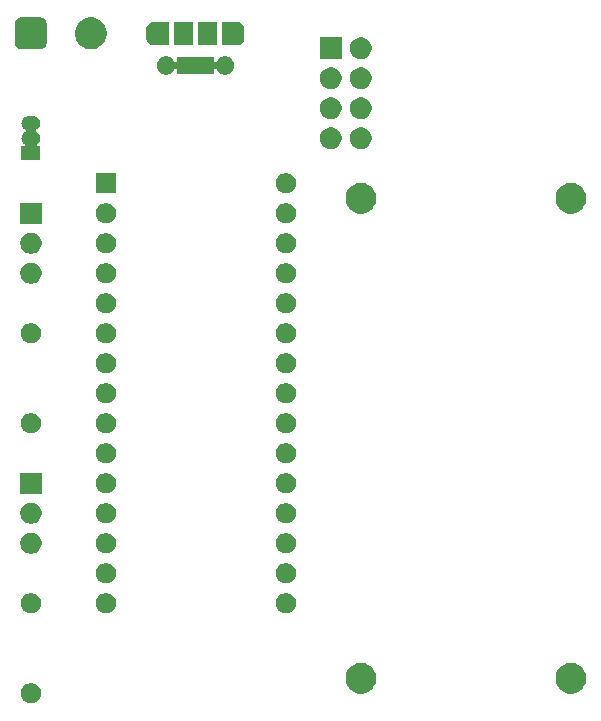
<source format=gbr>
G04 #@! TF.GenerationSoftware,KiCad,Pcbnew,(5.1.5)-3*
G04 #@! TF.CreationDate,2020-05-11T13:25:37+02:00*
G04 #@! TF.ProjectId,Weather_Station_board,57656174-6865-4725-9f53-746174696f6e,rev?*
G04 #@! TF.SameCoordinates,Original*
G04 #@! TF.FileFunction,Soldermask,Top*
G04 #@! TF.FilePolarity,Negative*
%FSLAX46Y46*%
G04 Gerber Fmt 4.6, Leading zero omitted, Abs format (unit mm)*
G04 Created by KiCad (PCBNEW (5.1.5)-3) date 2020-05-11 13:25:37*
%MOMM*%
%LPD*%
G04 APERTURE LIST*
%ADD10C,0.100000*%
G04 APERTURE END LIST*
D10*
G36*
X95498228Y-100781703D02*
G01*
X95653100Y-100845853D01*
X95792481Y-100938985D01*
X95911015Y-101057519D01*
X96004147Y-101196900D01*
X96068297Y-101351772D01*
X96101000Y-101516184D01*
X96101000Y-101683816D01*
X96068297Y-101848228D01*
X96004147Y-102003100D01*
X95911015Y-102142481D01*
X95792481Y-102261015D01*
X95653100Y-102354147D01*
X95498228Y-102418297D01*
X95333816Y-102451000D01*
X95166184Y-102451000D01*
X95001772Y-102418297D01*
X94846900Y-102354147D01*
X94707519Y-102261015D01*
X94588985Y-102142481D01*
X94495853Y-102003100D01*
X94431703Y-101848228D01*
X94399000Y-101683816D01*
X94399000Y-101516184D01*
X94431703Y-101351772D01*
X94495853Y-101196900D01*
X94588985Y-101057519D01*
X94707519Y-100938985D01*
X94846900Y-100845853D01*
X95001772Y-100781703D01*
X95166184Y-100749000D01*
X95333816Y-100749000D01*
X95498228Y-100781703D01*
G37*
G36*
X141349487Y-99078996D02*
G01*
X141586253Y-99177068D01*
X141586255Y-99177069D01*
X141799339Y-99319447D01*
X141980553Y-99500661D01*
X142122932Y-99713747D01*
X142221004Y-99950513D01*
X142271000Y-100201861D01*
X142271000Y-100458139D01*
X142221004Y-100709487D01*
X142122932Y-100946253D01*
X142122931Y-100946255D01*
X141980553Y-101159339D01*
X141799339Y-101340553D01*
X141586255Y-101482931D01*
X141586254Y-101482932D01*
X141586253Y-101482932D01*
X141349487Y-101581004D01*
X141098139Y-101631000D01*
X140841861Y-101631000D01*
X140590513Y-101581004D01*
X140353747Y-101482932D01*
X140353746Y-101482932D01*
X140353745Y-101482931D01*
X140140661Y-101340553D01*
X139959447Y-101159339D01*
X139817069Y-100946255D01*
X139817068Y-100946253D01*
X139718996Y-100709487D01*
X139669000Y-100458139D01*
X139669000Y-100201861D01*
X139718996Y-99950513D01*
X139817068Y-99713747D01*
X139959447Y-99500661D01*
X140140661Y-99319447D01*
X140353745Y-99177069D01*
X140353747Y-99177068D01*
X140590513Y-99078996D01*
X140841861Y-99029000D01*
X141098139Y-99029000D01*
X141349487Y-99078996D01*
G37*
G36*
X123569487Y-99078996D02*
G01*
X123806253Y-99177068D01*
X123806255Y-99177069D01*
X124019339Y-99319447D01*
X124200553Y-99500661D01*
X124342932Y-99713747D01*
X124441004Y-99950513D01*
X124491000Y-100201861D01*
X124491000Y-100458139D01*
X124441004Y-100709487D01*
X124342932Y-100946253D01*
X124342931Y-100946255D01*
X124200553Y-101159339D01*
X124019339Y-101340553D01*
X123806255Y-101482931D01*
X123806254Y-101482932D01*
X123806253Y-101482932D01*
X123569487Y-101581004D01*
X123318139Y-101631000D01*
X123061861Y-101631000D01*
X122810513Y-101581004D01*
X122573747Y-101482932D01*
X122573746Y-101482932D01*
X122573745Y-101482931D01*
X122360661Y-101340553D01*
X122179447Y-101159339D01*
X122037069Y-100946255D01*
X122037068Y-100946253D01*
X121938996Y-100709487D01*
X121889000Y-100458139D01*
X121889000Y-100201861D01*
X121938996Y-99950513D01*
X122037068Y-99713747D01*
X122179447Y-99500661D01*
X122360661Y-99319447D01*
X122573745Y-99177069D01*
X122573747Y-99177068D01*
X122810513Y-99078996D01*
X123061861Y-99029000D01*
X123318139Y-99029000D01*
X123569487Y-99078996D01*
G37*
G36*
X95498228Y-93161703D02*
G01*
X95653100Y-93225853D01*
X95792481Y-93318985D01*
X95911015Y-93437519D01*
X96004147Y-93576900D01*
X96068297Y-93731772D01*
X96101000Y-93896184D01*
X96101000Y-94063816D01*
X96068297Y-94228228D01*
X96004147Y-94383100D01*
X95911015Y-94522481D01*
X95792481Y-94641015D01*
X95653100Y-94734147D01*
X95498228Y-94798297D01*
X95333816Y-94831000D01*
X95166184Y-94831000D01*
X95001772Y-94798297D01*
X94846900Y-94734147D01*
X94707519Y-94641015D01*
X94588985Y-94522481D01*
X94495853Y-94383100D01*
X94431703Y-94228228D01*
X94399000Y-94063816D01*
X94399000Y-93896184D01*
X94431703Y-93731772D01*
X94495853Y-93576900D01*
X94588985Y-93437519D01*
X94707519Y-93318985D01*
X94846900Y-93225853D01*
X95001772Y-93161703D01*
X95166184Y-93129000D01*
X95333816Y-93129000D01*
X95498228Y-93161703D01*
G37*
G36*
X117088228Y-93161703D02*
G01*
X117243100Y-93225853D01*
X117382481Y-93318985D01*
X117501015Y-93437519D01*
X117594147Y-93576900D01*
X117658297Y-93731772D01*
X117691000Y-93896184D01*
X117691000Y-94063816D01*
X117658297Y-94228228D01*
X117594147Y-94383100D01*
X117501015Y-94522481D01*
X117382481Y-94641015D01*
X117243100Y-94734147D01*
X117088228Y-94798297D01*
X116923816Y-94831000D01*
X116756184Y-94831000D01*
X116591772Y-94798297D01*
X116436900Y-94734147D01*
X116297519Y-94641015D01*
X116178985Y-94522481D01*
X116085853Y-94383100D01*
X116021703Y-94228228D01*
X115989000Y-94063816D01*
X115989000Y-93896184D01*
X116021703Y-93731772D01*
X116085853Y-93576900D01*
X116178985Y-93437519D01*
X116297519Y-93318985D01*
X116436900Y-93225853D01*
X116591772Y-93161703D01*
X116756184Y-93129000D01*
X116923816Y-93129000D01*
X117088228Y-93161703D01*
G37*
G36*
X101848228Y-93161703D02*
G01*
X102003100Y-93225853D01*
X102142481Y-93318985D01*
X102261015Y-93437519D01*
X102354147Y-93576900D01*
X102418297Y-93731772D01*
X102451000Y-93896184D01*
X102451000Y-94063816D01*
X102418297Y-94228228D01*
X102354147Y-94383100D01*
X102261015Y-94522481D01*
X102142481Y-94641015D01*
X102003100Y-94734147D01*
X101848228Y-94798297D01*
X101683816Y-94831000D01*
X101516184Y-94831000D01*
X101351772Y-94798297D01*
X101196900Y-94734147D01*
X101057519Y-94641015D01*
X100938985Y-94522481D01*
X100845853Y-94383100D01*
X100781703Y-94228228D01*
X100749000Y-94063816D01*
X100749000Y-93896184D01*
X100781703Y-93731772D01*
X100845853Y-93576900D01*
X100938985Y-93437519D01*
X101057519Y-93318985D01*
X101196900Y-93225853D01*
X101351772Y-93161703D01*
X101516184Y-93129000D01*
X101683816Y-93129000D01*
X101848228Y-93161703D01*
G37*
G36*
X117088228Y-90621703D02*
G01*
X117243100Y-90685853D01*
X117382481Y-90778985D01*
X117501015Y-90897519D01*
X117594147Y-91036900D01*
X117658297Y-91191772D01*
X117691000Y-91356184D01*
X117691000Y-91523816D01*
X117658297Y-91688228D01*
X117594147Y-91843100D01*
X117501015Y-91982481D01*
X117382481Y-92101015D01*
X117243100Y-92194147D01*
X117088228Y-92258297D01*
X116923816Y-92291000D01*
X116756184Y-92291000D01*
X116591772Y-92258297D01*
X116436900Y-92194147D01*
X116297519Y-92101015D01*
X116178985Y-91982481D01*
X116085853Y-91843100D01*
X116021703Y-91688228D01*
X115989000Y-91523816D01*
X115989000Y-91356184D01*
X116021703Y-91191772D01*
X116085853Y-91036900D01*
X116178985Y-90897519D01*
X116297519Y-90778985D01*
X116436900Y-90685853D01*
X116591772Y-90621703D01*
X116756184Y-90589000D01*
X116923816Y-90589000D01*
X117088228Y-90621703D01*
G37*
G36*
X101848228Y-90621703D02*
G01*
X102003100Y-90685853D01*
X102142481Y-90778985D01*
X102261015Y-90897519D01*
X102354147Y-91036900D01*
X102418297Y-91191772D01*
X102451000Y-91356184D01*
X102451000Y-91523816D01*
X102418297Y-91688228D01*
X102354147Y-91843100D01*
X102261015Y-91982481D01*
X102142481Y-92101015D01*
X102003100Y-92194147D01*
X101848228Y-92258297D01*
X101683816Y-92291000D01*
X101516184Y-92291000D01*
X101351772Y-92258297D01*
X101196900Y-92194147D01*
X101057519Y-92101015D01*
X100938985Y-91982481D01*
X100845853Y-91843100D01*
X100781703Y-91688228D01*
X100749000Y-91523816D01*
X100749000Y-91356184D01*
X100781703Y-91191772D01*
X100845853Y-91036900D01*
X100938985Y-90897519D01*
X101057519Y-90778985D01*
X101196900Y-90685853D01*
X101351772Y-90621703D01*
X101516184Y-90589000D01*
X101683816Y-90589000D01*
X101848228Y-90621703D01*
G37*
G36*
X95363512Y-88003927D02*
G01*
X95512812Y-88033624D01*
X95676784Y-88101544D01*
X95824354Y-88200147D01*
X95949853Y-88325646D01*
X96048456Y-88473216D01*
X96116376Y-88637188D01*
X96151000Y-88811259D01*
X96151000Y-88988741D01*
X96116376Y-89162812D01*
X96048456Y-89326784D01*
X95949853Y-89474354D01*
X95824354Y-89599853D01*
X95676784Y-89698456D01*
X95512812Y-89766376D01*
X95363512Y-89796073D01*
X95338742Y-89801000D01*
X95161258Y-89801000D01*
X95136488Y-89796073D01*
X94987188Y-89766376D01*
X94823216Y-89698456D01*
X94675646Y-89599853D01*
X94550147Y-89474354D01*
X94451544Y-89326784D01*
X94383624Y-89162812D01*
X94349000Y-88988741D01*
X94349000Y-88811259D01*
X94383624Y-88637188D01*
X94451544Y-88473216D01*
X94550147Y-88325646D01*
X94675646Y-88200147D01*
X94823216Y-88101544D01*
X94987188Y-88033624D01*
X95136488Y-88003927D01*
X95161258Y-87999000D01*
X95338742Y-87999000D01*
X95363512Y-88003927D01*
G37*
G36*
X117088228Y-88081703D02*
G01*
X117243100Y-88145853D01*
X117382481Y-88238985D01*
X117501015Y-88357519D01*
X117594147Y-88496900D01*
X117658297Y-88651772D01*
X117691000Y-88816184D01*
X117691000Y-88983816D01*
X117658297Y-89148228D01*
X117594147Y-89303100D01*
X117501015Y-89442481D01*
X117382481Y-89561015D01*
X117243100Y-89654147D01*
X117088228Y-89718297D01*
X116923816Y-89751000D01*
X116756184Y-89751000D01*
X116591772Y-89718297D01*
X116436900Y-89654147D01*
X116297519Y-89561015D01*
X116178985Y-89442481D01*
X116085853Y-89303100D01*
X116021703Y-89148228D01*
X115989000Y-88983816D01*
X115989000Y-88816184D01*
X116021703Y-88651772D01*
X116085853Y-88496900D01*
X116178985Y-88357519D01*
X116297519Y-88238985D01*
X116436900Y-88145853D01*
X116591772Y-88081703D01*
X116756184Y-88049000D01*
X116923816Y-88049000D01*
X117088228Y-88081703D01*
G37*
G36*
X101848228Y-88081703D02*
G01*
X102003100Y-88145853D01*
X102142481Y-88238985D01*
X102261015Y-88357519D01*
X102354147Y-88496900D01*
X102418297Y-88651772D01*
X102451000Y-88816184D01*
X102451000Y-88983816D01*
X102418297Y-89148228D01*
X102354147Y-89303100D01*
X102261015Y-89442481D01*
X102142481Y-89561015D01*
X102003100Y-89654147D01*
X101848228Y-89718297D01*
X101683816Y-89751000D01*
X101516184Y-89751000D01*
X101351772Y-89718297D01*
X101196900Y-89654147D01*
X101057519Y-89561015D01*
X100938985Y-89442481D01*
X100845853Y-89303100D01*
X100781703Y-89148228D01*
X100749000Y-88983816D01*
X100749000Y-88816184D01*
X100781703Y-88651772D01*
X100845853Y-88496900D01*
X100938985Y-88357519D01*
X101057519Y-88238985D01*
X101196900Y-88145853D01*
X101351772Y-88081703D01*
X101516184Y-88049000D01*
X101683816Y-88049000D01*
X101848228Y-88081703D01*
G37*
G36*
X95363512Y-85463927D02*
G01*
X95512812Y-85493624D01*
X95676784Y-85561544D01*
X95824354Y-85660147D01*
X95949853Y-85785646D01*
X96048456Y-85933216D01*
X96116376Y-86097188D01*
X96151000Y-86271259D01*
X96151000Y-86448741D01*
X96116376Y-86622812D01*
X96048456Y-86786784D01*
X95949853Y-86934354D01*
X95824354Y-87059853D01*
X95676784Y-87158456D01*
X95512812Y-87226376D01*
X95363512Y-87256073D01*
X95338742Y-87261000D01*
X95161258Y-87261000D01*
X95136488Y-87256073D01*
X94987188Y-87226376D01*
X94823216Y-87158456D01*
X94675646Y-87059853D01*
X94550147Y-86934354D01*
X94451544Y-86786784D01*
X94383624Y-86622812D01*
X94349000Y-86448741D01*
X94349000Y-86271259D01*
X94383624Y-86097188D01*
X94451544Y-85933216D01*
X94550147Y-85785646D01*
X94675646Y-85660147D01*
X94823216Y-85561544D01*
X94987188Y-85493624D01*
X95136488Y-85463927D01*
X95161258Y-85459000D01*
X95338742Y-85459000D01*
X95363512Y-85463927D01*
G37*
G36*
X117088228Y-85541703D02*
G01*
X117243100Y-85605853D01*
X117382481Y-85698985D01*
X117501015Y-85817519D01*
X117594147Y-85956900D01*
X117658297Y-86111772D01*
X117691000Y-86276184D01*
X117691000Y-86443816D01*
X117658297Y-86608228D01*
X117594147Y-86763100D01*
X117501015Y-86902481D01*
X117382481Y-87021015D01*
X117243100Y-87114147D01*
X117088228Y-87178297D01*
X116923816Y-87211000D01*
X116756184Y-87211000D01*
X116591772Y-87178297D01*
X116436900Y-87114147D01*
X116297519Y-87021015D01*
X116178985Y-86902481D01*
X116085853Y-86763100D01*
X116021703Y-86608228D01*
X115989000Y-86443816D01*
X115989000Y-86276184D01*
X116021703Y-86111772D01*
X116085853Y-85956900D01*
X116178985Y-85817519D01*
X116297519Y-85698985D01*
X116436900Y-85605853D01*
X116591772Y-85541703D01*
X116756184Y-85509000D01*
X116923816Y-85509000D01*
X117088228Y-85541703D01*
G37*
G36*
X101848228Y-85541703D02*
G01*
X102003100Y-85605853D01*
X102142481Y-85698985D01*
X102261015Y-85817519D01*
X102354147Y-85956900D01*
X102418297Y-86111772D01*
X102451000Y-86276184D01*
X102451000Y-86443816D01*
X102418297Y-86608228D01*
X102354147Y-86763100D01*
X102261015Y-86902481D01*
X102142481Y-87021015D01*
X102003100Y-87114147D01*
X101848228Y-87178297D01*
X101683816Y-87211000D01*
X101516184Y-87211000D01*
X101351772Y-87178297D01*
X101196900Y-87114147D01*
X101057519Y-87021015D01*
X100938985Y-86902481D01*
X100845853Y-86763100D01*
X100781703Y-86608228D01*
X100749000Y-86443816D01*
X100749000Y-86276184D01*
X100781703Y-86111772D01*
X100845853Y-85956900D01*
X100938985Y-85817519D01*
X101057519Y-85698985D01*
X101196900Y-85605853D01*
X101351772Y-85541703D01*
X101516184Y-85509000D01*
X101683816Y-85509000D01*
X101848228Y-85541703D01*
G37*
G36*
X96151000Y-84721000D02*
G01*
X94349000Y-84721000D01*
X94349000Y-82919000D01*
X96151000Y-82919000D01*
X96151000Y-84721000D01*
G37*
G36*
X101848228Y-83001703D02*
G01*
X102003100Y-83065853D01*
X102142481Y-83158985D01*
X102261015Y-83277519D01*
X102354147Y-83416900D01*
X102418297Y-83571772D01*
X102451000Y-83736184D01*
X102451000Y-83903816D01*
X102418297Y-84068228D01*
X102354147Y-84223100D01*
X102261015Y-84362481D01*
X102142481Y-84481015D01*
X102003100Y-84574147D01*
X101848228Y-84638297D01*
X101683816Y-84671000D01*
X101516184Y-84671000D01*
X101351772Y-84638297D01*
X101196900Y-84574147D01*
X101057519Y-84481015D01*
X100938985Y-84362481D01*
X100845853Y-84223100D01*
X100781703Y-84068228D01*
X100749000Y-83903816D01*
X100749000Y-83736184D01*
X100781703Y-83571772D01*
X100845853Y-83416900D01*
X100938985Y-83277519D01*
X101057519Y-83158985D01*
X101196900Y-83065853D01*
X101351772Y-83001703D01*
X101516184Y-82969000D01*
X101683816Y-82969000D01*
X101848228Y-83001703D01*
G37*
G36*
X117088228Y-83001703D02*
G01*
X117243100Y-83065853D01*
X117382481Y-83158985D01*
X117501015Y-83277519D01*
X117594147Y-83416900D01*
X117658297Y-83571772D01*
X117691000Y-83736184D01*
X117691000Y-83903816D01*
X117658297Y-84068228D01*
X117594147Y-84223100D01*
X117501015Y-84362481D01*
X117382481Y-84481015D01*
X117243100Y-84574147D01*
X117088228Y-84638297D01*
X116923816Y-84671000D01*
X116756184Y-84671000D01*
X116591772Y-84638297D01*
X116436900Y-84574147D01*
X116297519Y-84481015D01*
X116178985Y-84362481D01*
X116085853Y-84223100D01*
X116021703Y-84068228D01*
X115989000Y-83903816D01*
X115989000Y-83736184D01*
X116021703Y-83571772D01*
X116085853Y-83416900D01*
X116178985Y-83277519D01*
X116297519Y-83158985D01*
X116436900Y-83065853D01*
X116591772Y-83001703D01*
X116756184Y-82969000D01*
X116923816Y-82969000D01*
X117088228Y-83001703D01*
G37*
G36*
X117088228Y-80461703D02*
G01*
X117243100Y-80525853D01*
X117382481Y-80618985D01*
X117501015Y-80737519D01*
X117594147Y-80876900D01*
X117658297Y-81031772D01*
X117691000Y-81196184D01*
X117691000Y-81363816D01*
X117658297Y-81528228D01*
X117594147Y-81683100D01*
X117501015Y-81822481D01*
X117382481Y-81941015D01*
X117243100Y-82034147D01*
X117088228Y-82098297D01*
X116923816Y-82131000D01*
X116756184Y-82131000D01*
X116591772Y-82098297D01*
X116436900Y-82034147D01*
X116297519Y-81941015D01*
X116178985Y-81822481D01*
X116085853Y-81683100D01*
X116021703Y-81528228D01*
X115989000Y-81363816D01*
X115989000Y-81196184D01*
X116021703Y-81031772D01*
X116085853Y-80876900D01*
X116178985Y-80737519D01*
X116297519Y-80618985D01*
X116436900Y-80525853D01*
X116591772Y-80461703D01*
X116756184Y-80429000D01*
X116923816Y-80429000D01*
X117088228Y-80461703D01*
G37*
G36*
X101848228Y-80461703D02*
G01*
X102003100Y-80525853D01*
X102142481Y-80618985D01*
X102261015Y-80737519D01*
X102354147Y-80876900D01*
X102418297Y-81031772D01*
X102451000Y-81196184D01*
X102451000Y-81363816D01*
X102418297Y-81528228D01*
X102354147Y-81683100D01*
X102261015Y-81822481D01*
X102142481Y-81941015D01*
X102003100Y-82034147D01*
X101848228Y-82098297D01*
X101683816Y-82131000D01*
X101516184Y-82131000D01*
X101351772Y-82098297D01*
X101196900Y-82034147D01*
X101057519Y-81941015D01*
X100938985Y-81822481D01*
X100845853Y-81683100D01*
X100781703Y-81528228D01*
X100749000Y-81363816D01*
X100749000Y-81196184D01*
X100781703Y-81031772D01*
X100845853Y-80876900D01*
X100938985Y-80737519D01*
X101057519Y-80618985D01*
X101196900Y-80525853D01*
X101351772Y-80461703D01*
X101516184Y-80429000D01*
X101683816Y-80429000D01*
X101848228Y-80461703D01*
G37*
G36*
X117088228Y-77921703D02*
G01*
X117243100Y-77985853D01*
X117382481Y-78078985D01*
X117501015Y-78197519D01*
X117594147Y-78336900D01*
X117658297Y-78491772D01*
X117691000Y-78656184D01*
X117691000Y-78823816D01*
X117658297Y-78988228D01*
X117594147Y-79143100D01*
X117501015Y-79282481D01*
X117382481Y-79401015D01*
X117243100Y-79494147D01*
X117088228Y-79558297D01*
X116923816Y-79591000D01*
X116756184Y-79591000D01*
X116591772Y-79558297D01*
X116436900Y-79494147D01*
X116297519Y-79401015D01*
X116178985Y-79282481D01*
X116085853Y-79143100D01*
X116021703Y-78988228D01*
X115989000Y-78823816D01*
X115989000Y-78656184D01*
X116021703Y-78491772D01*
X116085853Y-78336900D01*
X116178985Y-78197519D01*
X116297519Y-78078985D01*
X116436900Y-77985853D01*
X116591772Y-77921703D01*
X116756184Y-77889000D01*
X116923816Y-77889000D01*
X117088228Y-77921703D01*
G37*
G36*
X95498228Y-77921703D02*
G01*
X95653100Y-77985853D01*
X95792481Y-78078985D01*
X95911015Y-78197519D01*
X96004147Y-78336900D01*
X96068297Y-78491772D01*
X96101000Y-78656184D01*
X96101000Y-78823816D01*
X96068297Y-78988228D01*
X96004147Y-79143100D01*
X95911015Y-79282481D01*
X95792481Y-79401015D01*
X95653100Y-79494147D01*
X95498228Y-79558297D01*
X95333816Y-79591000D01*
X95166184Y-79591000D01*
X95001772Y-79558297D01*
X94846900Y-79494147D01*
X94707519Y-79401015D01*
X94588985Y-79282481D01*
X94495853Y-79143100D01*
X94431703Y-78988228D01*
X94399000Y-78823816D01*
X94399000Y-78656184D01*
X94431703Y-78491772D01*
X94495853Y-78336900D01*
X94588985Y-78197519D01*
X94707519Y-78078985D01*
X94846900Y-77985853D01*
X95001772Y-77921703D01*
X95166184Y-77889000D01*
X95333816Y-77889000D01*
X95498228Y-77921703D01*
G37*
G36*
X101848228Y-77921703D02*
G01*
X102003100Y-77985853D01*
X102142481Y-78078985D01*
X102261015Y-78197519D01*
X102354147Y-78336900D01*
X102418297Y-78491772D01*
X102451000Y-78656184D01*
X102451000Y-78823816D01*
X102418297Y-78988228D01*
X102354147Y-79143100D01*
X102261015Y-79282481D01*
X102142481Y-79401015D01*
X102003100Y-79494147D01*
X101848228Y-79558297D01*
X101683816Y-79591000D01*
X101516184Y-79591000D01*
X101351772Y-79558297D01*
X101196900Y-79494147D01*
X101057519Y-79401015D01*
X100938985Y-79282481D01*
X100845853Y-79143100D01*
X100781703Y-78988228D01*
X100749000Y-78823816D01*
X100749000Y-78656184D01*
X100781703Y-78491772D01*
X100845853Y-78336900D01*
X100938985Y-78197519D01*
X101057519Y-78078985D01*
X101196900Y-77985853D01*
X101351772Y-77921703D01*
X101516184Y-77889000D01*
X101683816Y-77889000D01*
X101848228Y-77921703D01*
G37*
G36*
X101848228Y-75381703D02*
G01*
X102003100Y-75445853D01*
X102142481Y-75538985D01*
X102261015Y-75657519D01*
X102354147Y-75796900D01*
X102418297Y-75951772D01*
X102451000Y-76116184D01*
X102451000Y-76283816D01*
X102418297Y-76448228D01*
X102354147Y-76603100D01*
X102261015Y-76742481D01*
X102142481Y-76861015D01*
X102003100Y-76954147D01*
X101848228Y-77018297D01*
X101683816Y-77051000D01*
X101516184Y-77051000D01*
X101351772Y-77018297D01*
X101196900Y-76954147D01*
X101057519Y-76861015D01*
X100938985Y-76742481D01*
X100845853Y-76603100D01*
X100781703Y-76448228D01*
X100749000Y-76283816D01*
X100749000Y-76116184D01*
X100781703Y-75951772D01*
X100845853Y-75796900D01*
X100938985Y-75657519D01*
X101057519Y-75538985D01*
X101196900Y-75445853D01*
X101351772Y-75381703D01*
X101516184Y-75349000D01*
X101683816Y-75349000D01*
X101848228Y-75381703D01*
G37*
G36*
X117088228Y-75381703D02*
G01*
X117243100Y-75445853D01*
X117382481Y-75538985D01*
X117501015Y-75657519D01*
X117594147Y-75796900D01*
X117658297Y-75951772D01*
X117691000Y-76116184D01*
X117691000Y-76283816D01*
X117658297Y-76448228D01*
X117594147Y-76603100D01*
X117501015Y-76742481D01*
X117382481Y-76861015D01*
X117243100Y-76954147D01*
X117088228Y-77018297D01*
X116923816Y-77051000D01*
X116756184Y-77051000D01*
X116591772Y-77018297D01*
X116436900Y-76954147D01*
X116297519Y-76861015D01*
X116178985Y-76742481D01*
X116085853Y-76603100D01*
X116021703Y-76448228D01*
X115989000Y-76283816D01*
X115989000Y-76116184D01*
X116021703Y-75951772D01*
X116085853Y-75796900D01*
X116178985Y-75657519D01*
X116297519Y-75538985D01*
X116436900Y-75445853D01*
X116591772Y-75381703D01*
X116756184Y-75349000D01*
X116923816Y-75349000D01*
X117088228Y-75381703D01*
G37*
G36*
X101848228Y-72841703D02*
G01*
X102003100Y-72905853D01*
X102142481Y-72998985D01*
X102261015Y-73117519D01*
X102354147Y-73256900D01*
X102418297Y-73411772D01*
X102451000Y-73576184D01*
X102451000Y-73743816D01*
X102418297Y-73908228D01*
X102354147Y-74063100D01*
X102261015Y-74202481D01*
X102142481Y-74321015D01*
X102003100Y-74414147D01*
X101848228Y-74478297D01*
X101683816Y-74511000D01*
X101516184Y-74511000D01*
X101351772Y-74478297D01*
X101196900Y-74414147D01*
X101057519Y-74321015D01*
X100938985Y-74202481D01*
X100845853Y-74063100D01*
X100781703Y-73908228D01*
X100749000Y-73743816D01*
X100749000Y-73576184D01*
X100781703Y-73411772D01*
X100845853Y-73256900D01*
X100938985Y-73117519D01*
X101057519Y-72998985D01*
X101196900Y-72905853D01*
X101351772Y-72841703D01*
X101516184Y-72809000D01*
X101683816Y-72809000D01*
X101848228Y-72841703D01*
G37*
G36*
X117088228Y-72841703D02*
G01*
X117243100Y-72905853D01*
X117382481Y-72998985D01*
X117501015Y-73117519D01*
X117594147Y-73256900D01*
X117658297Y-73411772D01*
X117691000Y-73576184D01*
X117691000Y-73743816D01*
X117658297Y-73908228D01*
X117594147Y-74063100D01*
X117501015Y-74202481D01*
X117382481Y-74321015D01*
X117243100Y-74414147D01*
X117088228Y-74478297D01*
X116923816Y-74511000D01*
X116756184Y-74511000D01*
X116591772Y-74478297D01*
X116436900Y-74414147D01*
X116297519Y-74321015D01*
X116178985Y-74202481D01*
X116085853Y-74063100D01*
X116021703Y-73908228D01*
X115989000Y-73743816D01*
X115989000Y-73576184D01*
X116021703Y-73411772D01*
X116085853Y-73256900D01*
X116178985Y-73117519D01*
X116297519Y-72998985D01*
X116436900Y-72905853D01*
X116591772Y-72841703D01*
X116756184Y-72809000D01*
X116923816Y-72809000D01*
X117088228Y-72841703D01*
G37*
G36*
X101848228Y-70301703D02*
G01*
X102003100Y-70365853D01*
X102142481Y-70458985D01*
X102261015Y-70577519D01*
X102354147Y-70716900D01*
X102418297Y-70871772D01*
X102451000Y-71036184D01*
X102451000Y-71203816D01*
X102418297Y-71368228D01*
X102354147Y-71523100D01*
X102261015Y-71662481D01*
X102142481Y-71781015D01*
X102003100Y-71874147D01*
X101848228Y-71938297D01*
X101683816Y-71971000D01*
X101516184Y-71971000D01*
X101351772Y-71938297D01*
X101196900Y-71874147D01*
X101057519Y-71781015D01*
X100938985Y-71662481D01*
X100845853Y-71523100D01*
X100781703Y-71368228D01*
X100749000Y-71203816D01*
X100749000Y-71036184D01*
X100781703Y-70871772D01*
X100845853Y-70716900D01*
X100938985Y-70577519D01*
X101057519Y-70458985D01*
X101196900Y-70365853D01*
X101351772Y-70301703D01*
X101516184Y-70269000D01*
X101683816Y-70269000D01*
X101848228Y-70301703D01*
G37*
G36*
X117088228Y-70301703D02*
G01*
X117243100Y-70365853D01*
X117382481Y-70458985D01*
X117501015Y-70577519D01*
X117594147Y-70716900D01*
X117658297Y-70871772D01*
X117691000Y-71036184D01*
X117691000Y-71203816D01*
X117658297Y-71368228D01*
X117594147Y-71523100D01*
X117501015Y-71662481D01*
X117382481Y-71781015D01*
X117243100Y-71874147D01*
X117088228Y-71938297D01*
X116923816Y-71971000D01*
X116756184Y-71971000D01*
X116591772Y-71938297D01*
X116436900Y-71874147D01*
X116297519Y-71781015D01*
X116178985Y-71662481D01*
X116085853Y-71523100D01*
X116021703Y-71368228D01*
X115989000Y-71203816D01*
X115989000Y-71036184D01*
X116021703Y-70871772D01*
X116085853Y-70716900D01*
X116178985Y-70577519D01*
X116297519Y-70458985D01*
X116436900Y-70365853D01*
X116591772Y-70301703D01*
X116756184Y-70269000D01*
X116923816Y-70269000D01*
X117088228Y-70301703D01*
G37*
G36*
X95498228Y-70301703D02*
G01*
X95653100Y-70365853D01*
X95792481Y-70458985D01*
X95911015Y-70577519D01*
X96004147Y-70716900D01*
X96068297Y-70871772D01*
X96101000Y-71036184D01*
X96101000Y-71203816D01*
X96068297Y-71368228D01*
X96004147Y-71523100D01*
X95911015Y-71662481D01*
X95792481Y-71781015D01*
X95653100Y-71874147D01*
X95498228Y-71938297D01*
X95333816Y-71971000D01*
X95166184Y-71971000D01*
X95001772Y-71938297D01*
X94846900Y-71874147D01*
X94707519Y-71781015D01*
X94588985Y-71662481D01*
X94495853Y-71523100D01*
X94431703Y-71368228D01*
X94399000Y-71203816D01*
X94399000Y-71036184D01*
X94431703Y-70871772D01*
X94495853Y-70716900D01*
X94588985Y-70577519D01*
X94707519Y-70458985D01*
X94846900Y-70365853D01*
X95001772Y-70301703D01*
X95166184Y-70269000D01*
X95333816Y-70269000D01*
X95498228Y-70301703D01*
G37*
G36*
X117088228Y-67761703D02*
G01*
X117243100Y-67825853D01*
X117382481Y-67918985D01*
X117501015Y-68037519D01*
X117594147Y-68176900D01*
X117658297Y-68331772D01*
X117691000Y-68496184D01*
X117691000Y-68663816D01*
X117658297Y-68828228D01*
X117594147Y-68983100D01*
X117501015Y-69122481D01*
X117382481Y-69241015D01*
X117243100Y-69334147D01*
X117088228Y-69398297D01*
X116923816Y-69431000D01*
X116756184Y-69431000D01*
X116591772Y-69398297D01*
X116436900Y-69334147D01*
X116297519Y-69241015D01*
X116178985Y-69122481D01*
X116085853Y-68983100D01*
X116021703Y-68828228D01*
X115989000Y-68663816D01*
X115989000Y-68496184D01*
X116021703Y-68331772D01*
X116085853Y-68176900D01*
X116178985Y-68037519D01*
X116297519Y-67918985D01*
X116436900Y-67825853D01*
X116591772Y-67761703D01*
X116756184Y-67729000D01*
X116923816Y-67729000D01*
X117088228Y-67761703D01*
G37*
G36*
X101848228Y-67761703D02*
G01*
X102003100Y-67825853D01*
X102142481Y-67918985D01*
X102261015Y-68037519D01*
X102354147Y-68176900D01*
X102418297Y-68331772D01*
X102451000Y-68496184D01*
X102451000Y-68663816D01*
X102418297Y-68828228D01*
X102354147Y-68983100D01*
X102261015Y-69122481D01*
X102142481Y-69241015D01*
X102003100Y-69334147D01*
X101848228Y-69398297D01*
X101683816Y-69431000D01*
X101516184Y-69431000D01*
X101351772Y-69398297D01*
X101196900Y-69334147D01*
X101057519Y-69241015D01*
X100938985Y-69122481D01*
X100845853Y-68983100D01*
X100781703Y-68828228D01*
X100749000Y-68663816D01*
X100749000Y-68496184D01*
X100781703Y-68331772D01*
X100845853Y-68176900D01*
X100938985Y-68037519D01*
X101057519Y-67918985D01*
X101196900Y-67825853D01*
X101351772Y-67761703D01*
X101516184Y-67729000D01*
X101683816Y-67729000D01*
X101848228Y-67761703D01*
G37*
G36*
X95363512Y-65143927D02*
G01*
X95512812Y-65173624D01*
X95676784Y-65241544D01*
X95824354Y-65340147D01*
X95949853Y-65465646D01*
X96048456Y-65613216D01*
X96116376Y-65777188D01*
X96151000Y-65951259D01*
X96151000Y-66128741D01*
X96116376Y-66302812D01*
X96048456Y-66466784D01*
X95949853Y-66614354D01*
X95824354Y-66739853D01*
X95676784Y-66838456D01*
X95512812Y-66906376D01*
X95363512Y-66936073D01*
X95338742Y-66941000D01*
X95161258Y-66941000D01*
X95136488Y-66936073D01*
X94987188Y-66906376D01*
X94823216Y-66838456D01*
X94675646Y-66739853D01*
X94550147Y-66614354D01*
X94451544Y-66466784D01*
X94383624Y-66302812D01*
X94349000Y-66128741D01*
X94349000Y-65951259D01*
X94383624Y-65777188D01*
X94451544Y-65613216D01*
X94550147Y-65465646D01*
X94675646Y-65340147D01*
X94823216Y-65241544D01*
X94987188Y-65173624D01*
X95136488Y-65143927D01*
X95161258Y-65139000D01*
X95338742Y-65139000D01*
X95363512Y-65143927D01*
G37*
G36*
X117088228Y-65221703D02*
G01*
X117243100Y-65285853D01*
X117382481Y-65378985D01*
X117501015Y-65497519D01*
X117594147Y-65636900D01*
X117658297Y-65791772D01*
X117691000Y-65956184D01*
X117691000Y-66123816D01*
X117658297Y-66288228D01*
X117594147Y-66443100D01*
X117501015Y-66582481D01*
X117382481Y-66701015D01*
X117243100Y-66794147D01*
X117088228Y-66858297D01*
X116923816Y-66891000D01*
X116756184Y-66891000D01*
X116591772Y-66858297D01*
X116436900Y-66794147D01*
X116297519Y-66701015D01*
X116178985Y-66582481D01*
X116085853Y-66443100D01*
X116021703Y-66288228D01*
X115989000Y-66123816D01*
X115989000Y-65956184D01*
X116021703Y-65791772D01*
X116085853Y-65636900D01*
X116178985Y-65497519D01*
X116297519Y-65378985D01*
X116436900Y-65285853D01*
X116591772Y-65221703D01*
X116756184Y-65189000D01*
X116923816Y-65189000D01*
X117088228Y-65221703D01*
G37*
G36*
X101848228Y-65221703D02*
G01*
X102003100Y-65285853D01*
X102142481Y-65378985D01*
X102261015Y-65497519D01*
X102354147Y-65636900D01*
X102418297Y-65791772D01*
X102451000Y-65956184D01*
X102451000Y-66123816D01*
X102418297Y-66288228D01*
X102354147Y-66443100D01*
X102261015Y-66582481D01*
X102142481Y-66701015D01*
X102003100Y-66794147D01*
X101848228Y-66858297D01*
X101683816Y-66891000D01*
X101516184Y-66891000D01*
X101351772Y-66858297D01*
X101196900Y-66794147D01*
X101057519Y-66701015D01*
X100938985Y-66582481D01*
X100845853Y-66443100D01*
X100781703Y-66288228D01*
X100749000Y-66123816D01*
X100749000Y-65956184D01*
X100781703Y-65791772D01*
X100845853Y-65636900D01*
X100938985Y-65497519D01*
X101057519Y-65378985D01*
X101196900Y-65285853D01*
X101351772Y-65221703D01*
X101516184Y-65189000D01*
X101683816Y-65189000D01*
X101848228Y-65221703D01*
G37*
G36*
X95363512Y-62603927D02*
G01*
X95512812Y-62633624D01*
X95676784Y-62701544D01*
X95824354Y-62800147D01*
X95949853Y-62925646D01*
X96048456Y-63073216D01*
X96116376Y-63237188D01*
X96151000Y-63411259D01*
X96151000Y-63588741D01*
X96116376Y-63762812D01*
X96048456Y-63926784D01*
X95949853Y-64074354D01*
X95824354Y-64199853D01*
X95676784Y-64298456D01*
X95512812Y-64366376D01*
X95363512Y-64396073D01*
X95338742Y-64401000D01*
X95161258Y-64401000D01*
X95136488Y-64396073D01*
X94987188Y-64366376D01*
X94823216Y-64298456D01*
X94675646Y-64199853D01*
X94550147Y-64074354D01*
X94451544Y-63926784D01*
X94383624Y-63762812D01*
X94349000Y-63588741D01*
X94349000Y-63411259D01*
X94383624Y-63237188D01*
X94451544Y-63073216D01*
X94550147Y-62925646D01*
X94675646Y-62800147D01*
X94823216Y-62701544D01*
X94987188Y-62633624D01*
X95136488Y-62603927D01*
X95161258Y-62599000D01*
X95338742Y-62599000D01*
X95363512Y-62603927D01*
G37*
G36*
X117088228Y-62681703D02*
G01*
X117243100Y-62745853D01*
X117382481Y-62838985D01*
X117501015Y-62957519D01*
X117594147Y-63096900D01*
X117658297Y-63251772D01*
X117691000Y-63416184D01*
X117691000Y-63583816D01*
X117658297Y-63748228D01*
X117594147Y-63903100D01*
X117501015Y-64042481D01*
X117382481Y-64161015D01*
X117243100Y-64254147D01*
X117088228Y-64318297D01*
X116923816Y-64351000D01*
X116756184Y-64351000D01*
X116591772Y-64318297D01*
X116436900Y-64254147D01*
X116297519Y-64161015D01*
X116178985Y-64042481D01*
X116085853Y-63903100D01*
X116021703Y-63748228D01*
X115989000Y-63583816D01*
X115989000Y-63416184D01*
X116021703Y-63251772D01*
X116085853Y-63096900D01*
X116178985Y-62957519D01*
X116297519Y-62838985D01*
X116436900Y-62745853D01*
X116591772Y-62681703D01*
X116756184Y-62649000D01*
X116923816Y-62649000D01*
X117088228Y-62681703D01*
G37*
G36*
X101848228Y-62681703D02*
G01*
X102003100Y-62745853D01*
X102142481Y-62838985D01*
X102261015Y-62957519D01*
X102354147Y-63096900D01*
X102418297Y-63251772D01*
X102451000Y-63416184D01*
X102451000Y-63583816D01*
X102418297Y-63748228D01*
X102354147Y-63903100D01*
X102261015Y-64042481D01*
X102142481Y-64161015D01*
X102003100Y-64254147D01*
X101848228Y-64318297D01*
X101683816Y-64351000D01*
X101516184Y-64351000D01*
X101351772Y-64318297D01*
X101196900Y-64254147D01*
X101057519Y-64161015D01*
X100938985Y-64042481D01*
X100845853Y-63903100D01*
X100781703Y-63748228D01*
X100749000Y-63583816D01*
X100749000Y-63416184D01*
X100781703Y-63251772D01*
X100845853Y-63096900D01*
X100938985Y-62957519D01*
X101057519Y-62838985D01*
X101196900Y-62745853D01*
X101351772Y-62681703D01*
X101516184Y-62649000D01*
X101683816Y-62649000D01*
X101848228Y-62681703D01*
G37*
G36*
X96151000Y-61861000D02*
G01*
X94349000Y-61861000D01*
X94349000Y-60059000D01*
X96151000Y-60059000D01*
X96151000Y-61861000D01*
G37*
G36*
X117088228Y-60141703D02*
G01*
X117243100Y-60205853D01*
X117382481Y-60298985D01*
X117501015Y-60417519D01*
X117594147Y-60556900D01*
X117658297Y-60711772D01*
X117691000Y-60876184D01*
X117691000Y-61043816D01*
X117658297Y-61208228D01*
X117594147Y-61363100D01*
X117501015Y-61502481D01*
X117382481Y-61621015D01*
X117243100Y-61714147D01*
X117088228Y-61778297D01*
X116923816Y-61811000D01*
X116756184Y-61811000D01*
X116591772Y-61778297D01*
X116436900Y-61714147D01*
X116297519Y-61621015D01*
X116178985Y-61502481D01*
X116085853Y-61363100D01*
X116021703Y-61208228D01*
X115989000Y-61043816D01*
X115989000Y-60876184D01*
X116021703Y-60711772D01*
X116085853Y-60556900D01*
X116178985Y-60417519D01*
X116297519Y-60298985D01*
X116436900Y-60205853D01*
X116591772Y-60141703D01*
X116756184Y-60109000D01*
X116923816Y-60109000D01*
X117088228Y-60141703D01*
G37*
G36*
X101848228Y-60141703D02*
G01*
X102003100Y-60205853D01*
X102142481Y-60298985D01*
X102261015Y-60417519D01*
X102354147Y-60556900D01*
X102418297Y-60711772D01*
X102451000Y-60876184D01*
X102451000Y-61043816D01*
X102418297Y-61208228D01*
X102354147Y-61363100D01*
X102261015Y-61502481D01*
X102142481Y-61621015D01*
X102003100Y-61714147D01*
X101848228Y-61778297D01*
X101683816Y-61811000D01*
X101516184Y-61811000D01*
X101351772Y-61778297D01*
X101196900Y-61714147D01*
X101057519Y-61621015D01*
X100938985Y-61502481D01*
X100845853Y-61363100D01*
X100781703Y-61208228D01*
X100749000Y-61043816D01*
X100749000Y-60876184D01*
X100781703Y-60711772D01*
X100845853Y-60556900D01*
X100938985Y-60417519D01*
X101057519Y-60298985D01*
X101196900Y-60205853D01*
X101351772Y-60141703D01*
X101516184Y-60109000D01*
X101683816Y-60109000D01*
X101848228Y-60141703D01*
G37*
G36*
X123569487Y-58438996D02*
G01*
X123806253Y-58537068D01*
X123806255Y-58537069D01*
X124002549Y-58668228D01*
X124019339Y-58679447D01*
X124200553Y-58860661D01*
X124342932Y-59073747D01*
X124441004Y-59310513D01*
X124491000Y-59561861D01*
X124491000Y-59818139D01*
X124441004Y-60069487D01*
X124342932Y-60306253D01*
X124342931Y-60306255D01*
X124200553Y-60519339D01*
X124019339Y-60700553D01*
X123806255Y-60842931D01*
X123806254Y-60842932D01*
X123806253Y-60842932D01*
X123569487Y-60941004D01*
X123318139Y-60991000D01*
X123061861Y-60991000D01*
X122810513Y-60941004D01*
X122573747Y-60842932D01*
X122573746Y-60842932D01*
X122573745Y-60842931D01*
X122360661Y-60700553D01*
X122179447Y-60519339D01*
X122037069Y-60306255D01*
X122037068Y-60306253D01*
X121938996Y-60069487D01*
X121889000Y-59818139D01*
X121889000Y-59561861D01*
X121938996Y-59310513D01*
X122037068Y-59073747D01*
X122179447Y-58860661D01*
X122360661Y-58679447D01*
X122377451Y-58668228D01*
X122573745Y-58537069D01*
X122573747Y-58537068D01*
X122810513Y-58438996D01*
X123061861Y-58389000D01*
X123318139Y-58389000D01*
X123569487Y-58438996D01*
G37*
G36*
X141349487Y-58438996D02*
G01*
X141586253Y-58537068D01*
X141586255Y-58537069D01*
X141782549Y-58668228D01*
X141799339Y-58679447D01*
X141980553Y-58860661D01*
X142122932Y-59073747D01*
X142221004Y-59310513D01*
X142271000Y-59561861D01*
X142271000Y-59818139D01*
X142221004Y-60069487D01*
X142122932Y-60306253D01*
X142122931Y-60306255D01*
X141980553Y-60519339D01*
X141799339Y-60700553D01*
X141586255Y-60842931D01*
X141586254Y-60842932D01*
X141586253Y-60842932D01*
X141349487Y-60941004D01*
X141098139Y-60991000D01*
X140841861Y-60991000D01*
X140590513Y-60941004D01*
X140353747Y-60842932D01*
X140353746Y-60842932D01*
X140353745Y-60842931D01*
X140140661Y-60700553D01*
X139959447Y-60519339D01*
X139817069Y-60306255D01*
X139817068Y-60306253D01*
X139718996Y-60069487D01*
X139669000Y-59818139D01*
X139669000Y-59561861D01*
X139718996Y-59310513D01*
X139817068Y-59073747D01*
X139959447Y-58860661D01*
X140140661Y-58679447D01*
X140157451Y-58668228D01*
X140353745Y-58537069D01*
X140353747Y-58537068D01*
X140590513Y-58438996D01*
X140841861Y-58389000D01*
X141098139Y-58389000D01*
X141349487Y-58438996D01*
G37*
G36*
X117088228Y-57601703D02*
G01*
X117243100Y-57665853D01*
X117382481Y-57758985D01*
X117501015Y-57877519D01*
X117594147Y-58016900D01*
X117658297Y-58171772D01*
X117691000Y-58336184D01*
X117691000Y-58503816D01*
X117658297Y-58668228D01*
X117594147Y-58823100D01*
X117501015Y-58962481D01*
X117382481Y-59081015D01*
X117243100Y-59174147D01*
X117088228Y-59238297D01*
X116923816Y-59271000D01*
X116756184Y-59271000D01*
X116591772Y-59238297D01*
X116436900Y-59174147D01*
X116297519Y-59081015D01*
X116178985Y-58962481D01*
X116085853Y-58823100D01*
X116021703Y-58668228D01*
X115989000Y-58503816D01*
X115989000Y-58336184D01*
X116021703Y-58171772D01*
X116085853Y-58016900D01*
X116178985Y-57877519D01*
X116297519Y-57758985D01*
X116436900Y-57665853D01*
X116591772Y-57601703D01*
X116756184Y-57569000D01*
X116923816Y-57569000D01*
X117088228Y-57601703D01*
G37*
G36*
X102451000Y-59271000D02*
G01*
X100749000Y-59271000D01*
X100749000Y-57569000D01*
X102451000Y-57569000D01*
X102451000Y-59271000D01*
G37*
G36*
X95587916Y-52772334D02*
G01*
X95696492Y-52805271D01*
X95696495Y-52805272D01*
X95732601Y-52824571D01*
X95796557Y-52858756D01*
X95884264Y-52930736D01*
X95956244Y-53018443D01*
X95990429Y-53082399D01*
X96009728Y-53118505D01*
X96009729Y-53118508D01*
X96042666Y-53227084D01*
X96053787Y-53340000D01*
X96042666Y-53452916D01*
X96009729Y-53561492D01*
X96009728Y-53561495D01*
X95990429Y-53597601D01*
X95956244Y-53661557D01*
X95884264Y-53749264D01*
X95796557Y-53821244D01*
X95715141Y-53864761D01*
X95694766Y-53878375D01*
X95677439Y-53895702D01*
X95663826Y-53916076D01*
X95654448Y-53938715D01*
X95649668Y-53962748D01*
X95649668Y-53987252D01*
X95654448Y-54011285D01*
X95663826Y-54033924D01*
X95677440Y-54054299D01*
X95694767Y-54071626D01*
X95715141Y-54085239D01*
X95796557Y-54128756D01*
X95884264Y-54200736D01*
X95956244Y-54288443D01*
X95990429Y-54352399D01*
X96009728Y-54388505D01*
X96009729Y-54388508D01*
X96042666Y-54497084D01*
X96053787Y-54610000D01*
X96042666Y-54722916D01*
X96009729Y-54831492D01*
X96009728Y-54831495D01*
X95990429Y-54867601D01*
X95956244Y-54931557D01*
X95884264Y-55019264D01*
X95807354Y-55082383D01*
X95790035Y-55099702D01*
X95776421Y-55120077D01*
X95767043Y-55142716D01*
X95762263Y-55166749D01*
X95762263Y-55191253D01*
X95767043Y-55215286D01*
X95776421Y-55237925D01*
X95790034Y-55258299D01*
X95807361Y-55275626D01*
X95827736Y-55289240D01*
X95850375Y-55298618D01*
X95874408Y-55303398D01*
X95886660Y-55304000D01*
X96051000Y-55304000D01*
X96051000Y-56456000D01*
X94449000Y-56456000D01*
X94449000Y-55304000D01*
X94613340Y-55304000D01*
X94637726Y-55301598D01*
X94661175Y-55294485D01*
X94682786Y-55282934D01*
X94701728Y-55267389D01*
X94717273Y-55248447D01*
X94728824Y-55226836D01*
X94735937Y-55203387D01*
X94738339Y-55179001D01*
X94735937Y-55154615D01*
X94728824Y-55131166D01*
X94717273Y-55109555D01*
X94701728Y-55090613D01*
X94692655Y-55082391D01*
X94615736Y-55019264D01*
X94543756Y-54931557D01*
X94509571Y-54867601D01*
X94490272Y-54831495D01*
X94490271Y-54831492D01*
X94457334Y-54722916D01*
X94446213Y-54610000D01*
X94457334Y-54497084D01*
X94490271Y-54388508D01*
X94490272Y-54388505D01*
X94509571Y-54352399D01*
X94543756Y-54288443D01*
X94615736Y-54200736D01*
X94703443Y-54128756D01*
X94784859Y-54085239D01*
X94805234Y-54071625D01*
X94822561Y-54054298D01*
X94836174Y-54033924D01*
X94845552Y-54011285D01*
X94850332Y-53987252D01*
X94850332Y-53962748D01*
X94845552Y-53938715D01*
X94836174Y-53916076D01*
X94822560Y-53895701D01*
X94805233Y-53878374D01*
X94784859Y-53864761D01*
X94703443Y-53821244D01*
X94615736Y-53749264D01*
X94543756Y-53661557D01*
X94509571Y-53597601D01*
X94490272Y-53561495D01*
X94490271Y-53561492D01*
X94457334Y-53452916D01*
X94446213Y-53340000D01*
X94457334Y-53227084D01*
X94490271Y-53118508D01*
X94490272Y-53118505D01*
X94509571Y-53082399D01*
X94543756Y-53018443D01*
X94615736Y-52930736D01*
X94703443Y-52858756D01*
X94767399Y-52824571D01*
X94803505Y-52805272D01*
X94803508Y-52805271D01*
X94912084Y-52772334D01*
X94996702Y-52764000D01*
X95503298Y-52764000D01*
X95587916Y-52772334D01*
G37*
G36*
X123456778Y-53730547D02*
G01*
X123623224Y-53799491D01*
X123773022Y-53899583D01*
X123900417Y-54026978D01*
X124000509Y-54176776D01*
X124069453Y-54343222D01*
X124104600Y-54519918D01*
X124104600Y-54700082D01*
X124069453Y-54876778D01*
X124000509Y-55043224D01*
X123900417Y-55193022D01*
X123773022Y-55320417D01*
X123623224Y-55420509D01*
X123456778Y-55489453D01*
X123280082Y-55524600D01*
X123099918Y-55524600D01*
X122923222Y-55489453D01*
X122756776Y-55420509D01*
X122606978Y-55320417D01*
X122479583Y-55193022D01*
X122379491Y-55043224D01*
X122310547Y-54876778D01*
X122275400Y-54700082D01*
X122275400Y-54519918D01*
X122310547Y-54343222D01*
X122379491Y-54176776D01*
X122479583Y-54026978D01*
X122606978Y-53899583D01*
X122756776Y-53799491D01*
X122923222Y-53730547D01*
X123099918Y-53695400D01*
X123280082Y-53695400D01*
X123456778Y-53730547D01*
G37*
G36*
X120916778Y-53730547D02*
G01*
X121083224Y-53799491D01*
X121233022Y-53899583D01*
X121360417Y-54026978D01*
X121460509Y-54176776D01*
X121529453Y-54343222D01*
X121564600Y-54519918D01*
X121564600Y-54700082D01*
X121529453Y-54876778D01*
X121460509Y-55043224D01*
X121360417Y-55193022D01*
X121233022Y-55320417D01*
X121083224Y-55420509D01*
X120916778Y-55489453D01*
X120740082Y-55524600D01*
X120559918Y-55524600D01*
X120383222Y-55489453D01*
X120216776Y-55420509D01*
X120066978Y-55320417D01*
X119939583Y-55193022D01*
X119839491Y-55043224D01*
X119770547Y-54876778D01*
X119735400Y-54700082D01*
X119735400Y-54519918D01*
X119770547Y-54343222D01*
X119839491Y-54176776D01*
X119939583Y-54026978D01*
X120066978Y-53899583D01*
X120216776Y-53799491D01*
X120383222Y-53730547D01*
X120559918Y-53695400D01*
X120740082Y-53695400D01*
X120916778Y-53730547D01*
G37*
G36*
X120916778Y-51190547D02*
G01*
X121083224Y-51259491D01*
X121233022Y-51359583D01*
X121360417Y-51486978D01*
X121460509Y-51636776D01*
X121529453Y-51803222D01*
X121564600Y-51979918D01*
X121564600Y-52160082D01*
X121529453Y-52336778D01*
X121460509Y-52503224D01*
X121360417Y-52653022D01*
X121233022Y-52780417D01*
X121083224Y-52880509D01*
X120916778Y-52949453D01*
X120740082Y-52984600D01*
X120559918Y-52984600D01*
X120383222Y-52949453D01*
X120216776Y-52880509D01*
X120066978Y-52780417D01*
X119939583Y-52653022D01*
X119839491Y-52503224D01*
X119770547Y-52336778D01*
X119735400Y-52160082D01*
X119735400Y-51979918D01*
X119770547Y-51803222D01*
X119839491Y-51636776D01*
X119939583Y-51486978D01*
X120066978Y-51359583D01*
X120216776Y-51259491D01*
X120383222Y-51190547D01*
X120559918Y-51155400D01*
X120740082Y-51155400D01*
X120916778Y-51190547D01*
G37*
G36*
X123456778Y-51190547D02*
G01*
X123623224Y-51259491D01*
X123773022Y-51359583D01*
X123900417Y-51486978D01*
X124000509Y-51636776D01*
X124069453Y-51803222D01*
X124104600Y-51979918D01*
X124104600Y-52160082D01*
X124069453Y-52336778D01*
X124000509Y-52503224D01*
X123900417Y-52653022D01*
X123773022Y-52780417D01*
X123623224Y-52880509D01*
X123456778Y-52949453D01*
X123280082Y-52984600D01*
X123099918Y-52984600D01*
X122923222Y-52949453D01*
X122756776Y-52880509D01*
X122606978Y-52780417D01*
X122479583Y-52653022D01*
X122379491Y-52503224D01*
X122310547Y-52336778D01*
X122275400Y-52160082D01*
X122275400Y-51979918D01*
X122310547Y-51803222D01*
X122379491Y-51636776D01*
X122479583Y-51486978D01*
X122606978Y-51359583D01*
X122756776Y-51259491D01*
X122923222Y-51190547D01*
X123099918Y-51155400D01*
X123280082Y-51155400D01*
X123456778Y-51190547D01*
G37*
G36*
X120916778Y-48650547D02*
G01*
X121083224Y-48719491D01*
X121233022Y-48819583D01*
X121360417Y-48946978D01*
X121460509Y-49096776D01*
X121529453Y-49263222D01*
X121564600Y-49439918D01*
X121564600Y-49620082D01*
X121529453Y-49796778D01*
X121460509Y-49963224D01*
X121360417Y-50113022D01*
X121233022Y-50240417D01*
X121083224Y-50340509D01*
X120916778Y-50409453D01*
X120740082Y-50444600D01*
X120559918Y-50444600D01*
X120383222Y-50409453D01*
X120216776Y-50340509D01*
X120066978Y-50240417D01*
X119939583Y-50113022D01*
X119839491Y-49963224D01*
X119770547Y-49796778D01*
X119735400Y-49620082D01*
X119735400Y-49439918D01*
X119770547Y-49263222D01*
X119839491Y-49096776D01*
X119939583Y-48946978D01*
X120066978Y-48819583D01*
X120216776Y-48719491D01*
X120383222Y-48650547D01*
X120559918Y-48615400D01*
X120740082Y-48615400D01*
X120916778Y-48650547D01*
G37*
G36*
X123456778Y-48650547D02*
G01*
X123623224Y-48719491D01*
X123773022Y-48819583D01*
X123900417Y-48946978D01*
X124000509Y-49096776D01*
X124069453Y-49263222D01*
X124104600Y-49439918D01*
X124104600Y-49620082D01*
X124069453Y-49796778D01*
X124000509Y-49963224D01*
X123900417Y-50113022D01*
X123773022Y-50240417D01*
X123623224Y-50340509D01*
X123456778Y-50409453D01*
X123280082Y-50444600D01*
X123099918Y-50444600D01*
X122923222Y-50409453D01*
X122756776Y-50340509D01*
X122606978Y-50240417D01*
X122479583Y-50113022D01*
X122379491Y-49963224D01*
X122310547Y-49796778D01*
X122275400Y-49620082D01*
X122275400Y-49439918D01*
X122310547Y-49263222D01*
X122379491Y-49096776D01*
X122479583Y-48946978D01*
X122606978Y-48819583D01*
X122756776Y-48719491D01*
X122923222Y-48650547D01*
X123099918Y-48615400D01*
X123280082Y-48615400D01*
X123456778Y-48650547D01*
G37*
G36*
X106906348Y-47706320D02*
G01*
X106906350Y-47706321D01*
X106906351Y-47706321D01*
X107047574Y-47764817D01*
X107047577Y-47764819D01*
X107174669Y-47849739D01*
X107282761Y-47957831D01*
X107339375Y-48042560D01*
X107367683Y-48084926D01*
X107388517Y-48135225D01*
X107400068Y-48156836D01*
X107415614Y-48175778D01*
X107434556Y-48191323D01*
X107456166Y-48202874D01*
X107479615Y-48209987D01*
X107504001Y-48212389D01*
X107528387Y-48209987D01*
X107551836Y-48202874D01*
X107573447Y-48191323D01*
X107592389Y-48175777D01*
X107607934Y-48156835D01*
X107619485Y-48135225D01*
X107626598Y-48111776D01*
X107629000Y-48087390D01*
X107629000Y-47726500D01*
X110731000Y-47726500D01*
X110731000Y-48087390D01*
X110733402Y-48111776D01*
X110740515Y-48135225D01*
X110752066Y-48156836D01*
X110767611Y-48175778D01*
X110786553Y-48191323D01*
X110808164Y-48202874D01*
X110831613Y-48209987D01*
X110855999Y-48212389D01*
X110880385Y-48209987D01*
X110903834Y-48202874D01*
X110925445Y-48191323D01*
X110944387Y-48175778D01*
X110959932Y-48156836D01*
X110971483Y-48135225D01*
X110992317Y-48084926D01*
X111020625Y-48042560D01*
X111077239Y-47957831D01*
X111185331Y-47849739D01*
X111312423Y-47764819D01*
X111312426Y-47764817D01*
X111453649Y-47706321D01*
X111453650Y-47706321D01*
X111453652Y-47706320D01*
X111603569Y-47676500D01*
X111756431Y-47676500D01*
X111906348Y-47706320D01*
X111906350Y-47706321D01*
X111906351Y-47706321D01*
X112047574Y-47764817D01*
X112047577Y-47764819D01*
X112174669Y-47849739D01*
X112282761Y-47957831D01*
X112367681Y-48084923D01*
X112367683Y-48084926D01*
X112426179Y-48226149D01*
X112456000Y-48376071D01*
X112456000Y-48528929D01*
X112426179Y-48678851D01*
X112367683Y-48820074D01*
X112367682Y-48820075D01*
X112367681Y-48820077D01*
X112282761Y-48947169D01*
X112174669Y-49055261D01*
X112112537Y-49096776D01*
X112047574Y-49140183D01*
X111906351Y-49198679D01*
X111906350Y-49198679D01*
X111906348Y-49198680D01*
X111756431Y-49228500D01*
X111603569Y-49228500D01*
X111453652Y-49198680D01*
X111453650Y-49198679D01*
X111453649Y-49198679D01*
X111312426Y-49140183D01*
X111247463Y-49096776D01*
X111185331Y-49055261D01*
X111077239Y-48947169D01*
X110992318Y-48820075D01*
X110992317Y-48820074D01*
X110971481Y-48769772D01*
X110959932Y-48748164D01*
X110944386Y-48729222D01*
X110925444Y-48713677D01*
X110903834Y-48702126D01*
X110880385Y-48695013D01*
X110855999Y-48692611D01*
X110831613Y-48695013D01*
X110808164Y-48702126D01*
X110786553Y-48713677D01*
X110767611Y-48729223D01*
X110752066Y-48748165D01*
X110740515Y-48769775D01*
X110733402Y-48793224D01*
X110731000Y-48817610D01*
X110731000Y-49178500D01*
X107629000Y-49178500D01*
X107629000Y-48817610D01*
X107626598Y-48793224D01*
X107619485Y-48769775D01*
X107607934Y-48748164D01*
X107592389Y-48729222D01*
X107573447Y-48713677D01*
X107551836Y-48702126D01*
X107528387Y-48695013D01*
X107504001Y-48692611D01*
X107479615Y-48695013D01*
X107456166Y-48702126D01*
X107434555Y-48713677D01*
X107415613Y-48729222D01*
X107400068Y-48748164D01*
X107388519Y-48769772D01*
X107367683Y-48820074D01*
X107367682Y-48820075D01*
X107282761Y-48947169D01*
X107174669Y-49055261D01*
X107112537Y-49096776D01*
X107047574Y-49140183D01*
X106906351Y-49198679D01*
X106906350Y-49198679D01*
X106906348Y-49198680D01*
X106756431Y-49228500D01*
X106603569Y-49228500D01*
X106453652Y-49198680D01*
X106453650Y-49198679D01*
X106453649Y-49198679D01*
X106312426Y-49140183D01*
X106247463Y-49096776D01*
X106185331Y-49055261D01*
X106077239Y-48947169D01*
X105992319Y-48820077D01*
X105992318Y-48820075D01*
X105992317Y-48820074D01*
X105933821Y-48678851D01*
X105904000Y-48528929D01*
X105904000Y-48376071D01*
X105933821Y-48226149D01*
X105992317Y-48084926D01*
X105992319Y-48084923D01*
X106077239Y-47957831D01*
X106185331Y-47849739D01*
X106312423Y-47764819D01*
X106312426Y-47764817D01*
X106453649Y-47706321D01*
X106453650Y-47706321D01*
X106453652Y-47706320D01*
X106603569Y-47676500D01*
X106756431Y-47676500D01*
X106906348Y-47706320D01*
G37*
G36*
X123456778Y-46110547D02*
G01*
X123623224Y-46179491D01*
X123773022Y-46279583D01*
X123900417Y-46406978D01*
X124000509Y-46556776D01*
X124069453Y-46723222D01*
X124104600Y-46899918D01*
X124104600Y-47080082D01*
X124069453Y-47256778D01*
X124000509Y-47423224D01*
X123900417Y-47573022D01*
X123773022Y-47700417D01*
X123623224Y-47800509D01*
X123456778Y-47869453D01*
X123280082Y-47904600D01*
X123099918Y-47904600D01*
X122923222Y-47869453D01*
X122756776Y-47800509D01*
X122606978Y-47700417D01*
X122479583Y-47573022D01*
X122379491Y-47423224D01*
X122310547Y-47256778D01*
X122275400Y-47080082D01*
X122275400Y-46899918D01*
X122310547Y-46723222D01*
X122379491Y-46556776D01*
X122479583Y-46406978D01*
X122606978Y-46279583D01*
X122756776Y-46179491D01*
X122923222Y-46110547D01*
X123099918Y-46075400D01*
X123280082Y-46075400D01*
X123456778Y-46110547D01*
G37*
G36*
X121564600Y-47904600D02*
G01*
X119735400Y-47904600D01*
X119735400Y-46075400D01*
X121564600Y-46075400D01*
X121564600Y-47904600D01*
G37*
G36*
X96107473Y-44381371D02*
G01*
X96222353Y-44416220D01*
X96328228Y-44472811D01*
X96421029Y-44548971D01*
X96497189Y-44641772D01*
X96553780Y-44747647D01*
X96588629Y-44862527D01*
X96601000Y-44988140D01*
X96601000Y-46451860D01*
X96588629Y-46577473D01*
X96553780Y-46692353D01*
X96497189Y-46798228D01*
X96421029Y-46891029D01*
X96328228Y-46967189D01*
X96222353Y-47023780D01*
X96107473Y-47058629D01*
X95981860Y-47071000D01*
X94518140Y-47071000D01*
X94392527Y-47058629D01*
X94277647Y-47023780D01*
X94171772Y-46967189D01*
X94078971Y-46891029D01*
X94002811Y-46798228D01*
X93946220Y-46692353D01*
X93911371Y-46577473D01*
X93899000Y-46451860D01*
X93899000Y-44988140D01*
X93911371Y-44862527D01*
X93946220Y-44747647D01*
X94002811Y-44641772D01*
X94078971Y-44548971D01*
X94171772Y-44472811D01*
X94277647Y-44416220D01*
X94392527Y-44381371D01*
X94518140Y-44369000D01*
X95981860Y-44369000D01*
X96107473Y-44381371D01*
G37*
G36*
X100724072Y-44420918D02*
G01*
X100873571Y-44482842D01*
X100969939Y-44522759D01*
X101035924Y-44566849D01*
X101191211Y-44670609D01*
X101379391Y-44858789D01*
X101433619Y-44939947D01*
X101503480Y-45044500D01*
X101527242Y-45080063D01*
X101629082Y-45325928D01*
X101681000Y-45586937D01*
X101681000Y-45853063D01*
X101629082Y-46114072D01*
X101560526Y-46279583D01*
X101527241Y-46359939D01*
X101495811Y-46406977D01*
X101379391Y-46581211D01*
X101191211Y-46769391D01*
X101081328Y-46842813D01*
X100969939Y-46917241D01*
X100969938Y-46917242D01*
X100969937Y-46917242D01*
X100724072Y-47019082D01*
X100463063Y-47071000D01*
X100196937Y-47071000D01*
X99935928Y-47019082D01*
X99690063Y-46917242D01*
X99690062Y-46917242D01*
X99690061Y-46917241D01*
X99578672Y-46842813D01*
X99468789Y-46769391D01*
X99280609Y-46581211D01*
X99164189Y-46406977D01*
X99132759Y-46359939D01*
X99099475Y-46279583D01*
X99030918Y-46114072D01*
X98979000Y-45853063D01*
X98979000Y-45586937D01*
X99030918Y-45325928D01*
X99132758Y-45080063D01*
X99156521Y-45044500D01*
X99226381Y-44939947D01*
X99280609Y-44858789D01*
X99468789Y-44670609D01*
X99624076Y-44566849D01*
X99690061Y-44522759D01*
X99786430Y-44482842D01*
X99935928Y-44420918D01*
X100196937Y-44369000D01*
X100463063Y-44369000D01*
X100724072Y-44420918D01*
G37*
G36*
X105705862Y-44750898D02*
G01*
X105718114Y-44751500D01*
X106931000Y-44751500D01*
X106931000Y-46753500D01*
X105718114Y-46753500D01*
X105705862Y-46754102D01*
X105680000Y-46756649D01*
X105654138Y-46754102D01*
X105641886Y-46753500D01*
X105568594Y-46753500D01*
X105551836Y-46744543D01*
X105540299Y-46740415D01*
X105455307Y-46714632D01*
X105429664Y-46706854D01*
X105316575Y-46646406D01*
X105217447Y-46565054D01*
X105136094Y-46465924D01*
X105075646Y-46352835D01*
X105053426Y-46279584D01*
X105038420Y-46230117D01*
X105029000Y-46134472D01*
X105029000Y-45370527D01*
X105038420Y-45274882D01*
X105075645Y-45152168D01*
X105100608Y-45105466D01*
X105136095Y-45039075D01*
X105217447Y-44939946D01*
X105316576Y-44858594D01*
X105429666Y-44798146D01*
X105429669Y-44798145D01*
X105540290Y-44764588D01*
X105562925Y-44755212D01*
X105568481Y-44751500D01*
X105641886Y-44751500D01*
X105654138Y-44750898D01*
X105680000Y-44748351D01*
X105705862Y-44750898D01*
G37*
G36*
X112705862Y-44750898D02*
G01*
X112718114Y-44751500D01*
X112791406Y-44751500D01*
X112808164Y-44760457D01*
X112819707Y-44764587D01*
X112930331Y-44798145D01*
X112930334Y-44798146D01*
X113043424Y-44858594D01*
X113142554Y-44939947D01*
X113223906Y-45039075D01*
X113284354Y-45152164D01*
X113294040Y-45184096D01*
X113321580Y-45274882D01*
X113331000Y-45370527D01*
X113331000Y-46134473D01*
X113321580Y-46230118D01*
X113294040Y-46320904D01*
X113284354Y-46352836D01*
X113223906Y-46465925D01*
X113142554Y-46565054D01*
X113043425Y-46646406D01*
X112930336Y-46706854D01*
X112904693Y-46714632D01*
X112819708Y-46740413D01*
X112797075Y-46749787D01*
X112791518Y-46753500D01*
X112718114Y-46753500D01*
X112705862Y-46754102D01*
X112680000Y-46756649D01*
X112654138Y-46754102D01*
X112641886Y-46753500D01*
X111429000Y-46753500D01*
X111429000Y-44751500D01*
X112641886Y-44751500D01*
X112654138Y-44750898D01*
X112680000Y-44748351D01*
X112705862Y-44750898D01*
G37*
G36*
X110981000Y-46753500D02*
G01*
X109379000Y-46753500D01*
X109379000Y-44751500D01*
X110981000Y-44751500D01*
X110981000Y-46753500D01*
G37*
G36*
X108981000Y-46753500D02*
G01*
X107379000Y-46753500D01*
X107379000Y-44751500D01*
X108981000Y-44751500D01*
X108981000Y-46753500D01*
G37*
M02*

</source>
